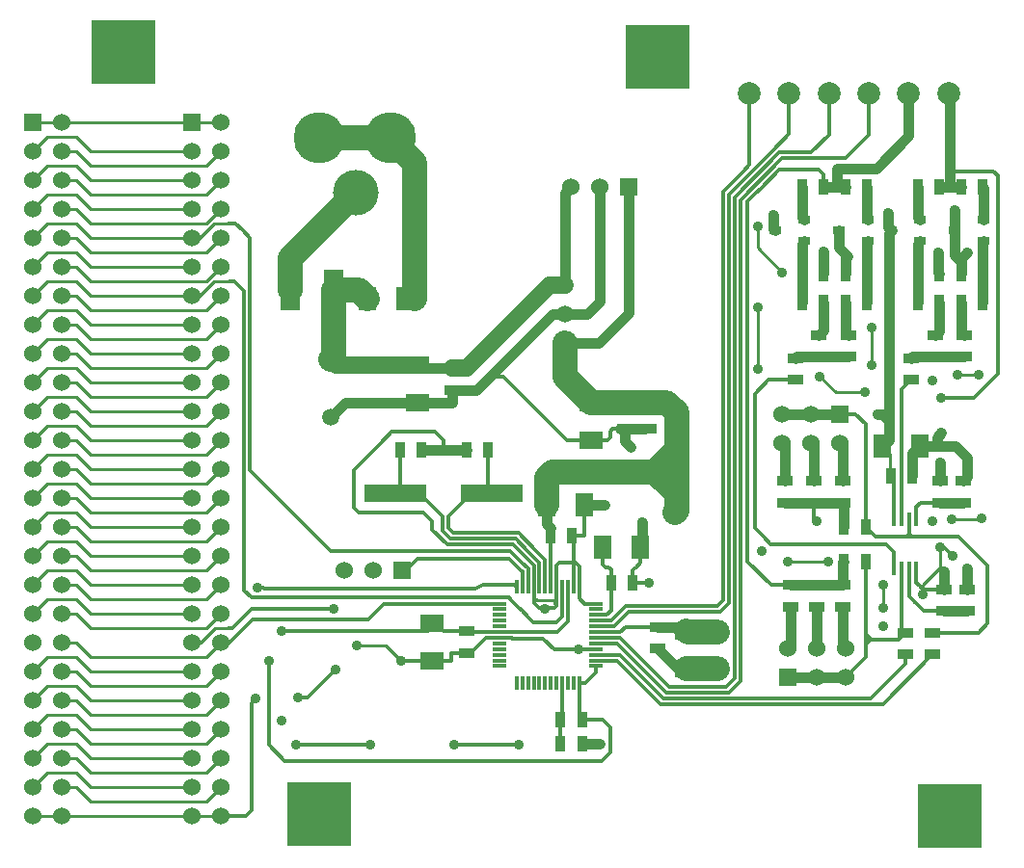
<source format=gtl>
G04 (created by PCBNEW (22-Jun-2014 BZR 4027)-stable) date vie 24 oct 2014 08:07:14 CST*
%MOIN*%
G04 Gerber Fmt 3.4, Leading zero omitted, Abs format*
%FSLAX34Y34*%
G01*
G70*
G90*
G04 APERTURE LIST*
%ADD10C,0.00590551*%
%ADD11R,0.055X0.035*%
%ADD12R,0.035X0.055*%
%ADD13C,0.0590551*%
%ADD14R,0.015X0.05*%
%ADD15C,0.0591*%
%ADD16R,0.216535X0.0590551*%
%ADD17R,0.0394X0.0276*%
%ADD18R,0.06X0.06*%
%ADD19C,0.06*%
%ADD20R,0.06X0.08*%
%ADD21R,0.08X0.06*%
%ADD22C,0.0787402*%
%ADD23C,0.177165*%
%ADD24C,0.15748*%
%ADD25R,0.011811X0.0472441*%
%ADD26R,0.0472441X0.011811*%
%ADD27R,0.07X0.14*%
%ADD28R,0.22X0.22*%
%ADD29C,0.035*%
%ADD30C,0.0358268*%
%ADD31C,0.0858268*%
%ADD32C,0.0125984*%
%ADD33C,0.01*%
%ADD34C,0.0590551*%
G04 APERTURE END LIST*
G54D10*
G54D11*
X45800Y-33625D03*
X45800Y-32875D03*
X47000Y-31375D03*
X47000Y-32125D03*
X40900Y-31975D03*
X40900Y-31225D03*
X46850Y-27625D03*
X46850Y-28375D03*
X46050Y-27625D03*
X46050Y-28375D03*
G54D12*
X46025Y-20450D03*
X45275Y-20450D03*
X45275Y-21450D03*
X46025Y-21450D03*
G54D11*
X45900Y-22575D03*
X45900Y-23325D03*
X46900Y-23325D03*
X46900Y-22575D03*
G54D12*
X46775Y-21450D03*
X47525Y-21450D03*
X46775Y-20450D03*
X47525Y-20450D03*
X46025Y-17450D03*
X45275Y-17450D03*
X47525Y-17450D03*
X46775Y-17450D03*
X42025Y-20450D03*
X41275Y-20450D03*
X41275Y-21450D03*
X42025Y-21450D03*
G54D11*
X42900Y-23325D03*
X42900Y-22575D03*
G54D12*
X42775Y-21450D03*
X43525Y-21450D03*
X42775Y-20450D03*
X43525Y-20450D03*
X42025Y-17450D03*
X41275Y-17450D03*
X43525Y-17450D03*
X42775Y-17450D03*
G54D11*
X46200Y-31375D03*
X46200Y-32125D03*
X36300Y-32675D03*
X36300Y-33425D03*
G54D12*
X34675Y-31150D03*
X35425Y-31150D03*
X30425Y-26550D03*
X29675Y-26550D03*
X27375Y-26550D03*
X28125Y-26550D03*
G54D11*
X29700Y-32825D03*
X29700Y-33575D03*
G54D12*
X33325Y-29500D03*
X32575Y-29500D03*
X33675Y-35875D03*
X32925Y-35875D03*
X33675Y-36725D03*
X32925Y-36725D03*
G54D11*
X29200Y-23725D03*
X29200Y-24475D03*
X35150Y-25075D03*
X35150Y-25825D03*
X36000Y-25075D03*
X36000Y-25825D03*
X44850Y-33625D03*
X44850Y-32875D03*
X42700Y-31975D03*
X42700Y-31225D03*
G54D13*
X33100Y-20850D03*
X33100Y-21850D03*
X33100Y-22850D03*
G54D14*
X44466Y-30650D03*
X44722Y-30650D03*
X44978Y-30650D03*
X45234Y-30650D03*
X45234Y-28950D03*
X44978Y-28950D03*
X44722Y-28950D03*
X44466Y-28950D03*
G54D15*
X25000Y-25400D03*
X25000Y-23400D03*
G54D16*
X30573Y-28050D03*
X27226Y-28050D03*
G54D17*
X44350Y-18950D03*
X45350Y-18575D03*
X45350Y-19325D03*
X46550Y-18950D03*
X47550Y-18575D03*
X47550Y-19325D03*
X40350Y-18950D03*
X41350Y-18575D03*
X41350Y-19325D03*
X42550Y-18950D03*
X43550Y-18575D03*
X43550Y-19325D03*
G54D12*
X44350Y-27450D03*
X45100Y-27450D03*
G54D11*
X41850Y-22575D03*
X41850Y-23325D03*
G54D18*
X35300Y-17450D03*
G54D19*
X34300Y-17450D03*
X33300Y-17450D03*
G54D18*
X27450Y-30700D03*
G54D19*
X26450Y-30700D03*
X25450Y-30700D03*
G54D20*
X34400Y-29900D03*
X35700Y-29900D03*
X33750Y-28450D03*
X32450Y-28450D03*
G54D21*
X28000Y-23600D03*
X28000Y-24900D03*
X37300Y-32800D03*
X37300Y-34100D03*
X28500Y-32550D03*
X28500Y-33850D03*
G54D20*
X44050Y-26400D03*
X45350Y-26400D03*
G54D11*
X41050Y-24125D03*
X41050Y-23375D03*
X45050Y-23375D03*
X45050Y-24125D03*
G54D22*
X46350Y-14200D03*
X44972Y-14200D03*
X43594Y-14200D03*
X42216Y-14200D03*
X40838Y-14200D03*
X39460Y-14200D03*
G54D23*
X27050Y-15750D03*
G54D24*
X25868Y-17639D03*
G54D23*
X24589Y-15750D03*
G54D25*
X32401Y-31276D03*
X32598Y-31276D03*
X32204Y-31276D03*
X32795Y-31276D03*
X32992Y-31276D03*
X33188Y-31276D03*
X33385Y-31276D03*
X33582Y-31276D03*
X32007Y-31276D03*
X31811Y-31276D03*
X31614Y-31276D03*
X31417Y-31276D03*
X32401Y-34623D03*
X32598Y-34623D03*
X32204Y-34623D03*
X32007Y-34623D03*
X31811Y-34623D03*
X31614Y-34623D03*
X31417Y-34623D03*
X32795Y-34623D03*
X32992Y-34623D03*
X33188Y-34623D03*
X33385Y-34623D03*
X33582Y-34623D03*
G54D26*
X34173Y-33048D03*
X34173Y-33245D03*
X34173Y-33442D03*
X34173Y-33638D03*
X34173Y-33835D03*
X34173Y-34032D03*
X34173Y-32851D03*
X34173Y-32654D03*
X34173Y-32457D03*
X34173Y-32261D03*
X34173Y-32064D03*
X34173Y-31867D03*
X30826Y-33048D03*
X30826Y-33245D03*
X30826Y-33442D03*
X30826Y-33638D03*
X30826Y-33835D03*
X30826Y-34032D03*
X30826Y-32851D03*
X30826Y-32654D03*
X30826Y-32457D03*
X30826Y-32261D03*
X30826Y-32064D03*
X30826Y-31867D03*
G54D21*
X34000Y-24900D03*
X34000Y-26200D03*
G54D12*
X42725Y-30400D03*
X43475Y-30400D03*
X42725Y-29200D03*
X43475Y-29200D03*
G54D11*
X41800Y-31975D03*
X41800Y-31225D03*
X40700Y-27625D03*
X40700Y-28375D03*
X41700Y-27625D03*
X41700Y-28375D03*
X42700Y-27625D03*
X42700Y-28375D03*
G54D18*
X40800Y-34400D03*
G54D19*
X40800Y-33400D03*
X41800Y-34400D03*
X41800Y-33400D03*
X42800Y-34400D03*
X42800Y-33400D03*
G54D18*
X42600Y-25300D03*
G54D19*
X42600Y-26300D03*
X41600Y-25300D03*
X41600Y-26300D03*
X40600Y-25300D03*
X40600Y-26300D03*
G54D27*
X23600Y-21000D03*
X25100Y-21000D03*
G54D20*
X27550Y-21300D03*
X26250Y-21300D03*
G54D18*
X20200Y-15200D03*
G54D19*
X21200Y-15200D03*
X20200Y-20200D03*
X21200Y-16200D03*
X20200Y-21200D03*
X21200Y-17200D03*
X20200Y-22200D03*
X21200Y-18200D03*
X20200Y-23200D03*
X21200Y-19200D03*
X20200Y-24200D03*
X21200Y-20200D03*
X20200Y-25200D03*
X21200Y-21200D03*
X20200Y-26200D03*
X21200Y-22200D03*
X20200Y-27200D03*
X21200Y-23200D03*
X20200Y-28200D03*
X21200Y-24200D03*
X20200Y-29200D03*
X21200Y-25200D03*
X20200Y-30200D03*
X21200Y-26200D03*
X21200Y-27200D03*
X20200Y-31200D03*
X21200Y-28200D03*
X21200Y-30200D03*
X21200Y-31200D03*
X21200Y-32200D03*
X21200Y-33200D03*
X20200Y-32200D03*
X20200Y-33200D03*
X20200Y-16200D03*
X20200Y-17200D03*
X20200Y-18200D03*
X20200Y-19200D03*
X20200Y-34200D03*
X21200Y-34200D03*
X21200Y-29200D03*
X20200Y-35200D03*
X21200Y-35200D03*
X20200Y-36200D03*
X21200Y-36200D03*
X20200Y-37200D03*
X21200Y-37200D03*
X20200Y-38200D03*
X21200Y-38200D03*
X20200Y-39200D03*
X21200Y-39200D03*
G54D18*
X14700Y-15200D03*
G54D19*
X15700Y-15200D03*
X14700Y-20200D03*
X15700Y-16200D03*
X14700Y-21200D03*
X15700Y-17200D03*
X14700Y-22200D03*
X15700Y-18200D03*
X14700Y-23200D03*
X15700Y-19200D03*
X14700Y-24200D03*
X15700Y-20200D03*
X14700Y-25200D03*
X15700Y-21200D03*
X14700Y-26200D03*
X15700Y-22200D03*
X14700Y-27200D03*
X15700Y-23200D03*
X14700Y-28200D03*
X15700Y-24200D03*
X14700Y-29200D03*
X15700Y-25200D03*
X14700Y-30200D03*
X15700Y-26200D03*
X15700Y-27200D03*
X14700Y-31200D03*
X15700Y-28200D03*
X15700Y-30200D03*
X15700Y-31200D03*
X15700Y-32200D03*
X15700Y-33200D03*
X14700Y-32200D03*
X14700Y-33200D03*
X14700Y-16200D03*
X14700Y-17200D03*
X14700Y-18200D03*
X14700Y-19200D03*
X14700Y-34200D03*
X15700Y-34200D03*
X15700Y-29200D03*
X14700Y-35200D03*
X15700Y-35200D03*
X14700Y-36200D03*
X15700Y-36200D03*
X14700Y-37200D03*
X15700Y-37200D03*
X14700Y-38200D03*
X15700Y-38200D03*
X14700Y-39200D03*
X15700Y-39200D03*
G54D28*
X17820Y-12782D03*
X36300Y-12936D03*
X24596Y-39160D03*
X46382Y-39200D03*
G54D29*
X38350Y-32850D03*
X36900Y-28700D03*
X22850Y-33850D03*
X41800Y-29000D03*
X46100Y-24750D03*
X22450Y-31300D03*
X21200Y-34200D03*
X25100Y-32050D03*
X23300Y-32800D03*
X23300Y-35900D03*
X23800Y-36750D03*
X26350Y-36750D03*
X29250Y-36750D03*
X31500Y-36750D03*
X25150Y-34150D03*
X23850Y-35100D03*
X22400Y-35150D03*
X35350Y-26450D03*
X35750Y-29050D03*
X34300Y-36700D03*
X25900Y-33300D03*
X27425Y-33850D03*
X32400Y-32060D03*
X33550Y-33450D03*
X34450Y-28450D03*
X38350Y-34100D03*
X36000Y-31150D03*
X46550Y-18250D03*
X46500Y-30200D03*
X46050Y-29900D03*
X45450Y-31550D03*
X45800Y-29000D03*
X46450Y-28950D03*
X47500Y-28900D03*
X42200Y-30400D03*
X40800Y-30400D03*
X39900Y-30050D03*
X44100Y-32650D03*
X44100Y-32000D03*
X44100Y-31200D03*
X45800Y-24150D03*
X46650Y-23950D03*
X47400Y-23950D03*
X41900Y-24000D03*
X43450Y-24550D03*
X43700Y-23600D03*
X43700Y-22300D03*
X39750Y-23750D03*
X40600Y-20400D03*
X39750Y-18800D03*
X39750Y-21600D03*
X47000Y-19700D03*
X42850Y-19850D03*
X46100Y-25950D03*
X46200Y-30750D03*
X46050Y-26975D03*
X42025Y-19675D03*
X40300Y-18400D03*
X44250Y-18350D03*
X46000Y-19700D03*
X47000Y-30650D03*
X43900Y-25300D03*
G54D30*
X33100Y-22850D02*
X34250Y-22850D01*
X35300Y-21800D02*
X35300Y-17450D01*
X34250Y-22850D02*
X35300Y-21800D01*
G54D31*
X36200Y-27300D02*
X36950Y-28050D01*
X36950Y-28050D02*
X36950Y-28650D01*
X36200Y-27300D02*
X36950Y-26550D01*
X36950Y-26550D02*
X36950Y-25850D01*
X36950Y-27300D02*
X36950Y-28650D01*
X37350Y-32850D02*
X38350Y-32850D01*
X37350Y-32850D02*
X37300Y-32800D01*
X36950Y-28650D02*
X36900Y-28700D01*
X32450Y-28450D02*
X32450Y-27500D01*
X32450Y-27500D02*
X32650Y-27300D01*
X32650Y-27300D02*
X36200Y-27300D01*
X36200Y-27300D02*
X36950Y-27300D01*
G54D32*
X32598Y-29951D02*
X32598Y-29273D01*
X32598Y-31276D02*
X32598Y-29951D01*
X32598Y-29273D02*
X32575Y-29250D01*
G54D30*
X32575Y-29250D02*
X32450Y-29125D01*
X32450Y-29125D02*
X32450Y-28300D01*
G54D31*
X36950Y-27300D02*
X36700Y-27300D01*
X36700Y-27300D02*
X36950Y-27300D01*
X34000Y-24900D02*
X33100Y-24000D01*
G54D33*
X33100Y-24000D02*
X33100Y-22850D01*
X35000Y-25075D02*
X34175Y-25075D01*
X34175Y-25075D02*
X34000Y-24900D01*
X35850Y-25075D02*
X35000Y-25075D01*
G54D31*
X34000Y-24900D02*
X36600Y-24900D01*
X36950Y-25250D02*
X36950Y-25850D01*
X36600Y-24900D02*
X36950Y-25250D01*
X36950Y-25850D02*
X36950Y-27300D01*
X33100Y-22850D02*
X33100Y-24000D01*
G54D32*
X34173Y-32851D02*
X34174Y-32850D01*
X35175Y-32675D02*
X36300Y-32675D01*
X35000Y-32850D02*
X35175Y-32675D01*
X34174Y-32850D02*
X35000Y-32850D01*
G54D30*
X36300Y-32675D02*
X37175Y-32675D01*
X37175Y-32675D02*
X37300Y-32800D01*
G54D31*
X25868Y-17639D02*
X23600Y-19908D01*
X23600Y-19908D02*
X23600Y-21000D01*
G54D32*
X23800Y-37300D02*
X23400Y-37300D01*
X22850Y-36750D02*
X22850Y-33850D01*
X23400Y-37300D02*
X22850Y-36750D01*
X33675Y-35875D02*
X34375Y-35875D01*
X34350Y-37300D02*
X23800Y-37300D01*
X23800Y-37300D02*
X23750Y-37300D01*
X23750Y-37300D02*
X23700Y-37300D01*
X34650Y-37000D02*
X34350Y-37300D01*
X34650Y-36150D02*
X34650Y-37000D01*
X34375Y-35875D02*
X34650Y-36150D01*
X33582Y-34623D02*
X33801Y-34623D01*
X34173Y-34251D02*
X34173Y-34032D01*
X33801Y-34623D02*
X34173Y-34251D01*
X33582Y-34623D02*
X33582Y-35782D01*
X33582Y-35782D02*
X33675Y-35875D01*
G54D33*
X21200Y-16200D02*
X20700Y-16700D01*
X20700Y-16700D02*
X16700Y-16700D01*
X16700Y-16700D02*
X16200Y-16200D01*
X16200Y-16200D02*
X15700Y-16200D01*
G54D32*
X39460Y-14200D02*
X39460Y-16689D01*
X39460Y-16689D02*
X39250Y-16900D01*
X38550Y-18100D02*
X38550Y-17600D01*
X38550Y-17600D02*
X39250Y-16900D01*
X39250Y-16900D02*
X39460Y-16689D01*
X38550Y-18000D02*
X38550Y-18100D01*
X38550Y-18100D02*
X38550Y-26300D01*
X38550Y-26300D02*
X38550Y-31050D01*
X36300Y-31950D02*
X38350Y-31950D01*
X34173Y-32457D02*
X34692Y-32457D01*
X35200Y-31950D02*
X36300Y-31950D01*
X34692Y-32457D02*
X35200Y-31950D01*
X38550Y-31750D02*
X38550Y-31050D01*
X38550Y-31050D02*
X38550Y-31000D01*
X38350Y-31950D02*
X38550Y-31750D01*
X34795Y-32654D02*
X35300Y-32150D01*
X40838Y-14200D02*
X40838Y-15611D01*
X40838Y-15611D02*
X40350Y-16100D01*
X38750Y-18050D02*
X38750Y-17700D01*
X38750Y-17700D02*
X40350Y-16100D01*
X40350Y-16100D02*
X40400Y-16050D01*
X38750Y-18000D02*
X38750Y-18050D01*
X38750Y-18050D02*
X38750Y-26300D01*
X38750Y-26300D02*
X38750Y-29350D01*
X37850Y-32150D02*
X38450Y-32150D01*
X37500Y-32150D02*
X36300Y-32150D01*
X35300Y-32150D02*
X36300Y-32150D01*
X34173Y-32654D02*
X34795Y-32654D01*
X37850Y-32150D02*
X37500Y-32150D01*
X38750Y-31850D02*
X38750Y-29350D01*
X38750Y-29350D02*
X38750Y-29300D01*
X38450Y-32150D02*
X38750Y-31850D01*
X37300Y-35350D02*
X44075Y-35350D01*
X36400Y-35350D02*
X37300Y-35350D01*
X34173Y-33835D02*
X34885Y-33835D01*
X34885Y-33835D02*
X35200Y-34150D01*
X35200Y-34150D02*
X36400Y-35350D01*
X44075Y-35350D02*
X45800Y-33625D01*
G54D33*
X21200Y-38200D02*
X20700Y-38700D01*
X16200Y-38200D02*
X15700Y-38200D01*
X16700Y-38700D02*
X16200Y-38200D01*
X20700Y-38700D02*
X16700Y-38700D01*
X21200Y-17200D02*
X20700Y-17700D01*
X16200Y-17200D02*
X15700Y-17200D01*
X16700Y-17700D02*
X16200Y-17200D01*
X20700Y-17700D02*
X16700Y-17700D01*
G54D30*
X46400Y-15650D02*
X46400Y-14250D01*
X46400Y-17450D02*
X46400Y-15650D01*
X46400Y-14250D02*
X46350Y-14200D01*
X42700Y-28375D02*
X41700Y-28375D01*
G54D32*
X45975Y-24750D02*
X46100Y-24750D01*
X41700Y-28900D02*
X41800Y-29000D01*
X41700Y-28900D02*
X41700Y-28375D01*
X48050Y-21125D02*
X48050Y-23925D01*
X47225Y-24750D02*
X45975Y-24750D01*
X45975Y-24750D02*
X46275Y-24750D01*
X48050Y-23925D02*
X47225Y-24750D01*
X46400Y-17450D02*
X46400Y-17025D01*
X48050Y-17050D02*
X48050Y-21125D01*
X47900Y-16900D02*
X48050Y-17050D01*
X46525Y-16900D02*
X47900Y-16900D01*
X46400Y-17025D02*
X46525Y-16900D01*
G54D30*
X46025Y-17450D02*
X46400Y-17450D01*
X46400Y-17450D02*
X46775Y-17450D01*
X42725Y-29200D02*
X42725Y-28400D01*
X42725Y-28400D02*
X42700Y-28375D01*
X42700Y-28375D02*
X40700Y-28375D01*
X44972Y-14200D02*
X44972Y-15677D01*
X43850Y-16800D02*
X43550Y-16800D01*
X44972Y-15677D02*
X43850Y-16800D01*
X42500Y-16800D02*
X43550Y-16800D01*
X43550Y-16800D02*
X43800Y-16800D01*
X42500Y-17450D02*
X42500Y-16800D01*
X40900Y-31225D02*
X41800Y-31225D01*
G54D32*
X40900Y-31225D02*
X40225Y-31225D01*
X42025Y-17025D02*
X41850Y-16850D01*
X41850Y-16850D02*
X40500Y-16850D01*
X40500Y-16850D02*
X39850Y-17500D01*
X39850Y-17500D02*
X39700Y-17650D01*
X42025Y-17025D02*
X42025Y-17450D01*
X39400Y-17950D02*
X39700Y-17650D01*
X39400Y-30400D02*
X39400Y-17950D01*
X40225Y-31225D02*
X39400Y-30400D01*
G54D30*
X42775Y-17450D02*
X42500Y-17450D01*
X42500Y-17450D02*
X42025Y-17450D01*
X42700Y-31225D02*
X42700Y-30425D01*
X42700Y-30425D02*
X42725Y-30400D01*
X40900Y-31225D02*
X42700Y-31225D01*
G54D33*
X21200Y-20200D02*
X20700Y-20700D01*
X16200Y-20200D02*
X15700Y-20200D01*
X16700Y-20700D02*
X16200Y-20200D01*
X20700Y-20700D02*
X16700Y-20700D01*
X20200Y-20200D02*
X17950Y-20200D01*
X15200Y-19700D02*
X14700Y-20200D01*
X16200Y-19700D02*
X15200Y-19700D01*
X16700Y-20200D02*
X16200Y-19700D01*
X17950Y-20200D02*
X16700Y-20200D01*
X21200Y-21200D02*
X20700Y-21700D01*
X16200Y-21200D02*
X15700Y-21200D01*
X16700Y-21700D02*
X16200Y-21200D01*
X20700Y-21700D02*
X16700Y-21700D01*
X21200Y-22200D02*
X20700Y-22700D01*
X16200Y-22200D02*
X15700Y-22200D01*
X16700Y-22700D02*
X16200Y-22200D01*
X20700Y-22700D02*
X16700Y-22700D01*
X20200Y-22200D02*
X17450Y-22200D01*
X15200Y-21700D02*
X14700Y-22200D01*
X16200Y-21700D02*
X15200Y-21700D01*
X16700Y-22200D02*
X16200Y-21700D01*
X17450Y-22200D02*
X16700Y-22200D01*
X21200Y-23200D02*
X20700Y-23700D01*
X16200Y-23200D02*
X15700Y-23200D01*
X16700Y-23700D02*
X16200Y-23200D01*
X20700Y-23700D02*
X16700Y-23700D01*
X20200Y-23200D02*
X17300Y-23200D01*
X15200Y-22700D02*
X14700Y-23200D01*
X16200Y-22700D02*
X15200Y-22700D01*
X16700Y-23200D02*
X16200Y-22700D01*
X17300Y-23200D02*
X16700Y-23200D01*
X21200Y-25200D02*
X20700Y-25700D01*
X16200Y-25200D02*
X15700Y-25200D01*
X16700Y-25700D02*
X16200Y-25200D01*
X20700Y-25700D02*
X16700Y-25700D01*
X17450Y-25200D02*
X16700Y-25200D01*
X20200Y-25200D02*
X17450Y-25200D01*
X15200Y-24700D02*
X14700Y-25200D01*
X16200Y-24700D02*
X15200Y-24700D01*
X16700Y-25200D02*
X16200Y-24700D01*
X21200Y-31200D02*
X20700Y-31700D01*
X16200Y-31200D02*
X15700Y-31200D01*
X16700Y-31700D02*
X16200Y-31200D01*
X20700Y-31700D02*
X16700Y-31700D01*
X20200Y-32200D02*
X16700Y-32200D01*
X15200Y-31700D02*
X14700Y-32200D01*
X15500Y-31700D02*
X15200Y-31700D01*
X16200Y-31700D02*
X15500Y-31700D01*
X16700Y-32200D02*
X16200Y-31700D01*
X21200Y-32200D02*
X20700Y-32700D01*
X16200Y-32200D02*
X15700Y-32200D01*
X16700Y-32700D02*
X16200Y-32200D01*
X20700Y-32700D02*
X16700Y-32700D01*
X20200Y-34200D02*
X17200Y-34200D01*
X15200Y-33700D02*
X14700Y-34200D01*
X16200Y-33700D02*
X15200Y-33700D01*
X16700Y-34200D02*
X16200Y-33700D01*
X17200Y-34200D02*
X16700Y-34200D01*
X21200Y-26200D02*
X20700Y-26700D01*
X16200Y-26200D02*
X15700Y-26200D01*
X16700Y-26700D02*
X16200Y-26200D01*
X20700Y-26700D02*
X16700Y-26700D01*
X21200Y-18200D02*
X20700Y-18700D01*
X16200Y-18200D02*
X15700Y-18200D01*
X16700Y-18700D02*
X16200Y-18200D01*
X20700Y-18700D02*
X16700Y-18700D01*
X20200Y-18200D02*
X17250Y-18200D01*
X15200Y-17700D02*
X14700Y-18200D01*
X16200Y-17700D02*
X15200Y-17700D01*
X16700Y-18200D02*
X16200Y-17700D01*
X17250Y-18200D02*
X16700Y-18200D01*
X21200Y-19200D02*
X20700Y-19700D01*
X16200Y-19200D02*
X15700Y-19200D01*
X16700Y-19700D02*
X16200Y-19200D01*
X20700Y-19700D02*
X16700Y-19700D01*
X21200Y-24200D02*
X20700Y-24700D01*
X16200Y-24200D02*
X15700Y-24200D01*
X16700Y-24700D02*
X16200Y-24200D01*
X20700Y-24700D02*
X16700Y-24700D01*
X18500Y-24200D02*
X16700Y-24200D01*
X20200Y-24200D02*
X18500Y-24200D01*
X15200Y-23700D02*
X14700Y-24200D01*
X16200Y-23700D02*
X15200Y-23700D01*
X16700Y-24200D02*
X16200Y-23700D01*
X21200Y-35200D02*
X20700Y-35700D01*
X16200Y-35200D02*
X15700Y-35200D01*
X16700Y-35700D02*
X16200Y-35200D01*
X16750Y-35700D02*
X16700Y-35700D01*
X20700Y-35700D02*
X16750Y-35700D01*
X20200Y-36200D02*
X16850Y-36200D01*
X15200Y-35700D02*
X14700Y-36200D01*
X16200Y-35700D02*
X15200Y-35700D01*
X16700Y-36200D02*
X16200Y-35700D01*
X16850Y-36200D02*
X16700Y-36200D01*
X21200Y-36200D02*
X20700Y-36700D01*
X16200Y-36200D02*
X15700Y-36200D01*
X16700Y-36700D02*
X16200Y-36200D01*
X20700Y-36700D02*
X16700Y-36700D01*
X20200Y-37200D02*
X17050Y-37200D01*
X15200Y-36700D02*
X14700Y-37200D01*
X16200Y-36700D02*
X15200Y-36700D01*
X16700Y-37200D02*
X16200Y-36700D01*
X17050Y-37200D02*
X16700Y-37200D01*
X21200Y-37200D02*
X20700Y-37700D01*
X16200Y-37200D02*
X15700Y-37200D01*
X16700Y-37700D02*
X16200Y-37200D01*
X20700Y-37700D02*
X16700Y-37700D01*
X20200Y-38200D02*
X16900Y-38200D01*
X15200Y-37700D02*
X14700Y-38200D01*
X16200Y-37700D02*
X15200Y-37700D01*
X16700Y-38200D02*
X16200Y-37700D01*
X16900Y-38200D02*
X16700Y-38200D01*
X17150Y-35200D02*
X16700Y-35200D01*
X20200Y-35200D02*
X17150Y-35200D01*
X15200Y-34700D02*
X14700Y-35200D01*
X16200Y-34700D02*
X15200Y-34700D01*
X16700Y-35200D02*
X16200Y-34700D01*
X21200Y-28200D02*
X20700Y-28700D01*
X16200Y-28200D02*
X15700Y-28200D01*
X16700Y-28700D02*
X16200Y-28200D01*
X20700Y-28700D02*
X16700Y-28700D01*
X20200Y-29200D02*
X17650Y-29200D01*
X15200Y-28700D02*
X14700Y-29200D01*
X16200Y-28700D02*
X15200Y-28700D01*
X16700Y-29200D02*
X16200Y-28700D01*
X17650Y-29200D02*
X16700Y-29200D01*
X21200Y-29200D02*
X20700Y-29700D01*
X16200Y-29200D02*
X15700Y-29200D01*
X16700Y-29700D02*
X16200Y-29200D01*
X20700Y-29700D02*
X16700Y-29700D01*
X20200Y-30200D02*
X16750Y-30200D01*
X15200Y-29700D02*
X14700Y-30200D01*
X16200Y-29700D02*
X15200Y-29700D01*
X16700Y-30200D02*
X16200Y-29700D01*
X16750Y-30200D02*
X16700Y-30200D01*
X21200Y-30200D02*
X20700Y-30700D01*
X16200Y-30200D02*
X15700Y-30200D01*
X16700Y-30700D02*
X16200Y-30200D01*
X20700Y-30700D02*
X16700Y-30700D01*
X20200Y-31200D02*
X16850Y-31200D01*
X15200Y-30700D02*
X14700Y-31200D01*
X16200Y-30700D02*
X15200Y-30700D01*
X16700Y-31200D02*
X16200Y-30700D01*
X16850Y-31200D02*
X16700Y-31200D01*
X20200Y-27200D02*
X16950Y-27200D01*
X15200Y-26700D02*
X14700Y-27200D01*
X16200Y-26700D02*
X15200Y-26700D01*
X16700Y-27200D02*
X16200Y-26700D01*
X16950Y-27200D02*
X16700Y-27200D01*
X21200Y-27200D02*
X20700Y-27700D01*
X16200Y-27200D02*
X15700Y-27200D01*
X16700Y-27700D02*
X16200Y-27200D01*
X20700Y-27700D02*
X16700Y-27700D01*
X20200Y-28200D02*
X17300Y-28200D01*
X15200Y-27700D02*
X14700Y-28200D01*
X16200Y-27700D02*
X15200Y-27700D01*
X16700Y-28200D02*
X16200Y-27700D01*
X17300Y-28200D02*
X16700Y-28200D01*
G54D32*
X30826Y-31867D02*
X26832Y-31867D01*
X26832Y-31867D02*
X26700Y-32000D01*
X26300Y-32400D02*
X25400Y-32400D01*
X22250Y-32450D02*
X21500Y-33200D01*
X21500Y-33200D02*
X21200Y-33200D01*
X25400Y-32400D02*
X22300Y-32400D01*
X22300Y-32400D02*
X22250Y-32450D01*
X26700Y-32000D02*
X26300Y-32400D01*
X26782Y-31917D02*
X26700Y-32000D01*
X30826Y-31867D02*
X30932Y-31867D01*
G54D33*
X21200Y-33200D02*
X20700Y-33700D01*
X20700Y-33700D02*
X16700Y-33700D01*
X16700Y-33700D02*
X16200Y-33200D01*
X16200Y-33200D02*
X15700Y-33200D01*
G54D32*
X30000Y-31350D02*
X25100Y-31350D01*
X22700Y-31350D02*
X22650Y-31300D01*
X25100Y-31350D02*
X22700Y-31350D01*
X30250Y-31200D02*
X30000Y-31350D01*
X31340Y-31200D02*
X30450Y-31200D01*
X31417Y-31276D02*
X31340Y-31200D01*
X30450Y-31200D02*
X30250Y-31200D01*
X22650Y-31300D02*
X22450Y-31300D01*
G54D33*
X21200Y-34200D02*
X20700Y-34700D01*
X20700Y-34700D02*
X16700Y-34700D01*
X16700Y-34700D02*
X16200Y-34200D01*
X16200Y-34200D02*
X15700Y-34200D01*
G54D32*
X31614Y-31276D02*
X31614Y-30764D01*
X31614Y-30764D02*
X31550Y-30700D01*
X31550Y-30700D02*
X31150Y-30300D01*
X31150Y-30300D02*
X28000Y-30300D01*
X28000Y-30300D02*
X27500Y-30800D01*
G54D33*
X20982Y-32700D02*
X21450Y-32700D01*
G54D32*
X21450Y-32700D02*
X21600Y-32700D01*
G54D33*
X20200Y-33200D02*
X20482Y-33200D01*
X20982Y-32700D02*
X20966Y-32716D01*
X20482Y-33200D02*
X20982Y-32700D01*
G54D32*
X25100Y-32050D02*
X22250Y-32050D01*
X22250Y-32050D02*
X22000Y-32300D01*
X21650Y-32650D02*
X22000Y-32300D01*
X21600Y-32700D02*
X21650Y-32650D01*
X21650Y-32650D02*
X21600Y-32700D01*
X43594Y-14200D02*
X43594Y-15655D01*
X42800Y-16450D02*
X42600Y-16450D01*
X43594Y-15655D02*
X42800Y-16450D01*
X39150Y-18200D02*
X39150Y-17900D01*
X39150Y-26100D02*
X39150Y-33950D01*
X39150Y-18200D02*
X39150Y-26100D01*
X40600Y-16450D02*
X42600Y-16450D01*
X42600Y-16450D02*
X42700Y-16450D01*
X39150Y-17900D02*
X40600Y-16450D01*
X37300Y-34950D02*
X38750Y-34950D01*
X36600Y-34950D02*
X37300Y-34950D01*
X34173Y-33245D02*
X34895Y-33245D01*
X34895Y-33245D02*
X35500Y-33850D01*
X35500Y-33850D02*
X36600Y-34950D01*
X39150Y-34550D02*
X39150Y-33950D01*
X39150Y-33950D02*
X39150Y-33900D01*
X38750Y-34950D02*
X39150Y-34550D01*
X34173Y-33048D02*
X34998Y-33048D01*
X38950Y-26200D02*
X38950Y-18100D01*
X37300Y-34750D02*
X38650Y-34750D01*
X37300Y-34750D02*
X36700Y-34750D01*
X38950Y-34450D02*
X38950Y-32100D01*
X38650Y-34750D02*
X38950Y-34450D01*
X38950Y-26200D02*
X38950Y-32100D01*
X34998Y-33048D02*
X36700Y-34750D01*
X42216Y-14200D02*
X42216Y-15633D01*
X41600Y-16250D02*
X41400Y-16250D01*
X42216Y-15633D02*
X41600Y-16250D01*
X38950Y-17800D02*
X40500Y-16250D01*
X40500Y-16250D02*
X41400Y-16250D01*
X38950Y-17800D02*
X38950Y-18100D01*
X38950Y-18000D02*
X38950Y-18100D01*
X28600Y-32550D02*
X28350Y-32800D01*
X28350Y-32800D02*
X23300Y-32800D01*
X29700Y-32825D02*
X28875Y-32825D01*
X28875Y-32825D02*
X28600Y-32550D01*
X30826Y-32851D02*
X29726Y-32851D01*
X29726Y-32851D02*
X29700Y-32825D01*
X30826Y-32851D02*
X32823Y-32851D01*
X33188Y-32486D02*
X33025Y-32650D01*
X33188Y-32486D02*
X33188Y-31276D01*
X32823Y-32851D02*
X33025Y-32650D01*
G54D33*
X20200Y-16200D02*
X16700Y-16200D01*
X16700Y-16200D02*
X16200Y-15700D01*
X16200Y-15700D02*
X15200Y-15700D01*
X15200Y-15700D02*
X14700Y-16200D01*
G54D32*
X29776Y-32901D02*
X29700Y-32825D01*
X37300Y-35150D02*
X43650Y-35150D01*
X36500Y-35150D02*
X37300Y-35150D01*
X34173Y-33638D02*
X34988Y-33638D01*
X34988Y-33638D02*
X35400Y-34050D01*
X35400Y-34050D02*
X36500Y-35150D01*
X44850Y-33950D02*
X44850Y-33625D01*
X43650Y-35150D02*
X44850Y-33950D01*
X31425Y-30275D02*
X31200Y-30050D01*
X25000Y-30050D02*
X24650Y-29700D01*
X31200Y-30050D02*
X25000Y-30050D01*
X22200Y-26450D02*
X22200Y-19200D01*
X24650Y-29700D02*
X22800Y-27850D01*
G54D33*
X20200Y-19200D02*
X20450Y-19200D01*
X20950Y-18700D02*
X21450Y-18700D01*
X20450Y-19200D02*
X20950Y-18700D01*
G54D32*
X21700Y-18700D02*
X21950Y-18950D01*
X21450Y-18700D02*
X21700Y-18700D01*
X22200Y-19200D02*
X21950Y-18950D01*
X22800Y-27850D02*
X22200Y-27250D01*
X22200Y-27250D02*
X22200Y-26450D01*
X24850Y-29900D02*
X24650Y-29700D01*
X31811Y-30661D02*
X31600Y-30450D01*
X31811Y-31276D02*
X31811Y-30661D01*
X31600Y-30450D02*
X31425Y-30275D01*
X31425Y-30275D02*
X31250Y-30100D01*
G54D33*
X20200Y-19200D02*
X17850Y-19200D01*
X15200Y-18700D02*
X14700Y-19200D01*
X16200Y-18700D02*
X15200Y-18700D01*
X16700Y-19200D02*
X16200Y-18700D01*
X17850Y-19200D02*
X16700Y-19200D01*
G54D32*
X24600Y-31650D02*
X22250Y-31650D01*
X29875Y-31650D02*
X24600Y-31650D01*
X22000Y-31400D02*
X22000Y-29050D01*
X22250Y-31650D02*
X22000Y-31400D01*
X22000Y-21050D02*
X21850Y-20900D01*
G54D33*
X20950Y-20700D02*
X21500Y-20700D01*
X20200Y-21200D02*
X20450Y-21200D01*
G54D32*
X21650Y-20700D02*
X21500Y-20700D01*
X21850Y-20900D02*
X21650Y-20700D01*
G54D33*
X20450Y-21200D02*
X20950Y-20700D01*
G54D32*
X22000Y-29050D02*
X22000Y-21050D01*
X31237Y-31737D02*
X31150Y-31650D01*
X31150Y-31650D02*
X29875Y-31650D01*
X29875Y-31650D02*
X29850Y-31650D01*
X31625Y-32125D02*
X31800Y-32300D01*
X31800Y-32300D02*
X31900Y-32400D01*
X31900Y-32400D02*
X32000Y-32500D01*
X32000Y-32500D02*
X32800Y-32500D01*
X32800Y-32500D02*
X32992Y-32307D01*
X32992Y-32307D02*
X32992Y-31807D01*
X31500Y-32000D02*
X31400Y-31900D01*
X32992Y-31276D02*
X32992Y-31807D01*
X31200Y-31700D02*
X31237Y-31737D01*
X31237Y-31737D02*
X31400Y-31900D01*
X31500Y-32000D02*
X31625Y-32125D01*
G54D33*
X20200Y-21200D02*
X17500Y-21200D01*
X17500Y-21200D02*
X16700Y-21200D01*
X16700Y-21200D02*
X16200Y-20700D01*
X16200Y-20700D02*
X15200Y-20700D01*
X15200Y-20700D02*
X14700Y-21200D01*
G54D32*
X22050Y-39200D02*
X22250Y-39000D01*
X21200Y-39200D02*
X22050Y-39200D01*
X22250Y-35300D02*
X22400Y-35150D01*
X22250Y-39000D02*
X22250Y-35300D01*
G54D33*
X15205Y-16700D02*
X15200Y-16700D01*
X15200Y-16700D02*
X14700Y-17200D01*
G54D32*
X26350Y-36750D02*
X23800Y-36750D01*
X31500Y-36750D02*
X29250Y-36750D01*
X24200Y-35100D02*
X25150Y-34150D01*
X23850Y-35100D02*
X24200Y-35100D01*
X22400Y-35174D02*
X22400Y-35150D01*
X29150Y-33575D02*
X29150Y-33850D01*
X28500Y-33850D02*
X29150Y-33850D01*
X29150Y-33575D02*
X29700Y-33575D01*
X33325Y-29500D02*
X33750Y-29500D01*
X33750Y-29500D02*
X33750Y-28450D01*
X35425Y-31150D02*
X35425Y-30725D01*
X35425Y-30725D02*
X35500Y-30650D01*
X35700Y-29900D02*
X35700Y-30450D01*
X35700Y-30450D02*
X35550Y-30600D01*
X34000Y-26200D02*
X33150Y-26200D01*
X30950Y-24000D02*
X30500Y-24000D01*
X33150Y-26200D02*
X30950Y-24000D01*
X34000Y-26200D02*
X34550Y-26200D01*
X34725Y-25825D02*
X35150Y-25825D01*
X34650Y-25900D02*
X34725Y-25825D01*
X34650Y-26100D02*
X34650Y-25900D01*
X34550Y-26200D02*
X34650Y-26100D01*
G54D30*
X35350Y-26450D02*
X35150Y-26250D01*
X35150Y-26250D02*
X35150Y-25825D01*
X35750Y-29900D02*
X35750Y-29050D01*
X33675Y-36725D02*
X34275Y-36725D01*
X34275Y-36725D02*
X34300Y-36700D01*
G54D33*
X25900Y-33300D02*
X26875Y-33300D01*
X26875Y-33300D02*
X27425Y-33850D01*
X26925Y-33350D02*
X27425Y-33850D01*
G54D32*
X27710Y-33850D02*
X28600Y-33850D01*
X27425Y-33850D02*
X27710Y-33850D01*
G54D30*
X28000Y-24900D02*
X29200Y-24900D01*
X29200Y-24900D02*
X29200Y-24475D01*
X29200Y-24475D02*
X30025Y-24475D01*
X30025Y-24475D02*
X30500Y-24000D01*
X30500Y-24000D02*
X30800Y-23700D01*
G54D32*
X32435Y-32025D02*
X32400Y-32060D01*
X32725Y-32025D02*
X32435Y-32025D01*
X32365Y-32025D02*
X32400Y-32060D01*
X32175Y-32025D02*
X32365Y-32025D01*
X32795Y-31954D02*
X32725Y-32025D01*
X32007Y-31720D02*
X32007Y-31857D01*
X32007Y-31857D02*
X32175Y-32025D01*
X33550Y-33450D02*
X32710Y-33450D01*
X31270Y-33070D02*
X32330Y-33070D01*
X31270Y-33050D02*
X31270Y-33070D01*
X30828Y-33050D02*
X31270Y-33050D01*
X30826Y-33048D02*
X30828Y-33050D01*
X32710Y-33450D02*
X32330Y-33070D01*
X33550Y-33450D02*
X33557Y-33442D01*
X33557Y-33442D02*
X33547Y-33442D01*
X33547Y-33442D02*
X34173Y-33442D01*
G54D33*
X32740Y-31740D02*
X32740Y-31899D01*
X32740Y-31899D02*
X32795Y-31954D01*
X32007Y-31720D02*
X32100Y-31720D01*
X32100Y-31720D02*
X32120Y-31740D01*
X32795Y-31740D02*
X32740Y-31740D01*
X32740Y-31740D02*
X32120Y-31740D01*
X32120Y-31740D02*
X32100Y-31720D01*
G54D32*
X26725Y-26300D02*
X25775Y-27250D01*
X25775Y-27250D02*
X25775Y-27525D01*
X28875Y-26550D02*
X28875Y-26200D01*
X28875Y-26200D02*
X28600Y-25925D01*
X28600Y-25925D02*
X27100Y-25925D01*
X27100Y-25925D02*
X26725Y-26300D01*
X28100Y-28725D02*
X28200Y-28725D01*
X28200Y-28725D02*
X28500Y-29025D01*
X32007Y-31276D02*
X32007Y-30557D01*
X32007Y-30557D02*
X31275Y-29825D01*
X31275Y-29825D02*
X29025Y-29825D01*
X29025Y-29825D02*
X28500Y-29300D01*
X28500Y-29300D02*
X28500Y-29025D01*
X25775Y-27525D02*
X25775Y-28550D01*
X25775Y-28550D02*
X25950Y-28725D01*
X25950Y-28725D02*
X28100Y-28725D01*
G54D30*
X29675Y-26550D02*
X28875Y-26550D01*
X28875Y-26550D02*
X28825Y-26550D01*
X28825Y-26550D02*
X28125Y-26550D01*
X33100Y-21850D02*
X33850Y-21850D01*
X34300Y-21400D02*
X34300Y-17450D01*
X33850Y-21850D02*
X34300Y-21400D01*
X33750Y-28450D02*
X34450Y-28450D01*
G54D32*
X34173Y-31867D02*
X33767Y-31867D01*
X33582Y-31682D02*
X33582Y-31276D01*
X33767Y-31867D02*
X33582Y-31682D01*
G54D31*
X37300Y-34100D02*
X38350Y-34100D01*
G54D32*
X36000Y-31150D02*
X35425Y-31150D01*
X33385Y-30750D02*
X33385Y-29560D01*
X33385Y-29560D02*
X33325Y-29500D01*
X32900Y-30450D02*
X32795Y-30554D01*
X33582Y-30582D02*
X33450Y-30450D01*
X33350Y-30450D02*
X32900Y-30450D01*
X33450Y-30450D02*
X33350Y-30450D01*
X32795Y-31276D02*
X32795Y-30554D01*
X33582Y-30582D02*
X33582Y-31276D01*
X33385Y-31276D02*
X33385Y-30750D01*
X33385Y-30750D02*
X33385Y-30450D01*
G54D31*
X27050Y-15750D02*
X27900Y-16600D01*
X27900Y-16600D02*
X27900Y-21300D01*
G54D30*
X35850Y-25825D02*
X35000Y-25825D01*
X33100Y-21850D02*
X32650Y-21850D01*
X32650Y-21850D02*
X30800Y-23700D01*
X25000Y-25400D02*
X25500Y-24900D01*
X25500Y-24900D02*
X28000Y-24900D01*
G54D32*
X30826Y-33048D02*
X30351Y-33048D01*
X29825Y-33575D02*
X29700Y-33575D01*
X30351Y-33048D02*
X29825Y-33575D01*
X24039Y-15200D02*
X24589Y-15750D01*
G54D31*
X24589Y-15750D02*
X27050Y-15750D01*
G54D32*
X32795Y-31954D02*
X32795Y-31740D01*
X32795Y-31740D02*
X32795Y-31276D01*
X32007Y-31276D02*
X32007Y-31720D01*
G54D33*
X15700Y-15200D02*
X14700Y-15200D01*
X20200Y-15200D02*
X15700Y-15200D01*
X21200Y-15200D02*
X20200Y-15200D01*
X20200Y-17200D02*
X16800Y-17200D01*
X16200Y-16700D02*
X15205Y-16700D01*
X16700Y-17200D02*
X16200Y-16700D01*
X16800Y-17200D02*
X16700Y-17200D01*
X15700Y-39200D02*
X14700Y-39200D01*
X20200Y-39200D02*
X15700Y-39200D01*
X21200Y-39200D02*
X20200Y-39200D01*
X20200Y-26200D02*
X16750Y-26200D01*
X15200Y-25700D02*
X14700Y-26200D01*
X16200Y-25700D02*
X15200Y-25700D01*
X16700Y-26200D02*
X16200Y-25700D01*
X16750Y-26200D02*
X16700Y-26200D01*
G54D30*
X46550Y-18250D02*
X46550Y-18950D01*
X46550Y-18950D02*
X46550Y-18250D01*
G54D33*
X46050Y-29900D02*
X46050Y-30600D01*
X46500Y-30200D02*
X46200Y-29900D01*
X46200Y-29900D02*
X46050Y-29900D01*
X45450Y-31200D02*
X45450Y-31550D01*
X46050Y-30600D02*
X45450Y-31200D01*
X47450Y-28950D02*
X46450Y-28950D01*
X47500Y-28900D02*
X47450Y-28950D01*
X42200Y-30400D02*
X40800Y-30400D01*
X44100Y-31200D02*
X44100Y-32000D01*
X47400Y-23950D02*
X46650Y-23950D01*
X41900Y-24000D02*
X42450Y-24550D01*
X42450Y-24550D02*
X43450Y-24550D01*
X43700Y-23600D02*
X43700Y-22300D01*
X39750Y-21600D02*
X39750Y-23750D01*
X40600Y-20400D02*
X39750Y-19550D01*
X39750Y-19550D02*
X39750Y-18800D01*
X39750Y-21600D02*
X39800Y-21650D01*
G54D30*
X46775Y-19925D02*
X47000Y-19700D01*
X46775Y-20025D02*
X46775Y-19925D01*
X45950Y-26400D02*
X45950Y-26100D01*
X45950Y-26100D02*
X46100Y-25950D01*
X46200Y-31375D02*
X46200Y-30750D01*
X45950Y-26400D02*
X45350Y-26400D01*
X46850Y-27625D02*
X47000Y-27475D01*
X46600Y-26400D02*
X45950Y-26400D01*
X47000Y-26800D02*
X46600Y-26400D01*
X47000Y-27475D02*
X47000Y-26800D01*
X45100Y-27450D02*
X45100Y-26650D01*
X45100Y-26650D02*
X45350Y-26400D01*
X46775Y-20450D02*
X46775Y-20025D01*
X46550Y-19500D02*
X46550Y-18950D01*
X46550Y-19800D02*
X46550Y-19500D01*
X46775Y-20025D02*
X46550Y-19800D01*
X42550Y-18950D02*
X42550Y-19550D01*
X42775Y-19925D02*
X42850Y-19850D01*
X42775Y-19925D02*
X42775Y-20450D01*
X42550Y-19550D02*
X42850Y-19850D01*
G54D32*
X46200Y-31375D02*
X45475Y-31375D01*
X45475Y-31375D02*
X45350Y-31250D01*
X45234Y-30650D02*
X45234Y-31134D01*
X45234Y-31134D02*
X45350Y-31250D01*
X45350Y-31250D02*
X45400Y-31300D01*
G54D30*
X37300Y-34100D02*
X36975Y-34100D01*
X36975Y-34100D02*
X36300Y-33425D01*
G54D32*
X33550Y-33450D02*
X33542Y-33457D01*
X32925Y-36725D02*
X32925Y-35875D01*
X32992Y-34623D02*
X32992Y-35807D01*
X32992Y-35807D02*
X32925Y-35875D01*
X46050Y-28375D02*
X45375Y-28375D01*
X45234Y-28516D02*
X45234Y-28950D01*
X45375Y-28375D02*
X45234Y-28516D01*
G54D30*
X46850Y-28375D02*
X46050Y-28375D01*
X42700Y-27625D02*
X42700Y-26400D01*
X42700Y-26400D02*
X42600Y-26300D01*
X42600Y-25300D02*
X41600Y-25300D01*
G54D32*
X42600Y-25300D02*
X43125Y-25300D01*
X43475Y-26175D02*
X43475Y-29200D01*
X43475Y-25650D02*
X43475Y-26175D01*
X43125Y-25300D02*
X43475Y-25650D01*
X44978Y-29450D02*
X45078Y-29550D01*
X45078Y-29550D02*
X45075Y-29550D01*
X44625Y-29550D02*
X44900Y-29550D01*
X47150Y-30000D02*
X46700Y-29550D01*
X47375Y-32875D02*
X47700Y-32550D01*
X47700Y-32550D02*
X47700Y-30550D01*
X47700Y-30550D02*
X47150Y-30000D01*
X45800Y-32875D02*
X47375Y-32875D01*
X46700Y-29550D02*
X45075Y-29550D01*
X45075Y-29550D02*
X44900Y-29550D01*
X44978Y-28950D02*
X44978Y-29450D01*
X44978Y-29450D02*
X44978Y-29472D01*
X44978Y-29472D02*
X44900Y-29550D01*
X43825Y-29550D02*
X43475Y-29200D01*
X44625Y-29550D02*
X43825Y-29550D01*
X44650Y-29550D02*
X44625Y-29550D01*
G54D30*
X40600Y-25300D02*
X42600Y-25300D01*
X41700Y-27625D02*
X41700Y-26400D01*
X41700Y-26400D02*
X41600Y-26300D01*
X40700Y-27625D02*
X40700Y-26400D01*
X40700Y-26400D02*
X40600Y-26300D01*
G54D32*
X46200Y-32125D02*
X45475Y-32125D01*
X45475Y-32125D02*
X44978Y-31628D01*
X44978Y-30650D02*
X44978Y-31628D01*
G54D33*
X44978Y-31628D02*
X45150Y-31800D01*
G54D30*
X47000Y-32125D02*
X46200Y-32125D01*
G54D32*
X44722Y-28950D02*
X44722Y-24453D01*
X44722Y-24453D02*
X45050Y-24125D01*
G54D30*
X40900Y-31975D02*
X40900Y-33300D01*
X40900Y-33300D02*
X40800Y-33400D01*
X41800Y-31975D02*
X41800Y-33400D01*
X42700Y-31975D02*
X42700Y-33300D01*
X42700Y-33300D02*
X42800Y-33400D01*
G54D32*
X34675Y-31150D02*
X34675Y-30675D01*
X34400Y-30500D02*
X34500Y-30600D01*
X34500Y-30600D02*
X34600Y-30600D01*
X34400Y-30500D02*
X34400Y-29900D01*
X34675Y-30675D02*
X34600Y-30600D01*
X34173Y-32261D02*
X34538Y-32261D01*
X34538Y-32261D02*
X34675Y-32125D01*
X34675Y-32125D02*
X34675Y-31000D01*
G54D30*
X43525Y-17450D02*
X43525Y-18550D01*
X43525Y-18550D02*
X43550Y-18575D01*
X46900Y-22575D02*
X46775Y-22450D01*
X46775Y-22450D02*
X46775Y-21450D01*
X45900Y-22575D02*
X46025Y-22450D01*
X46025Y-22450D02*
X46025Y-21450D01*
G54D32*
X41050Y-24125D02*
X40125Y-24125D01*
X39650Y-24600D02*
X39650Y-26400D01*
X40125Y-24125D02*
X39650Y-24600D01*
X39950Y-29550D02*
X39650Y-29250D01*
X40200Y-29800D02*
X39950Y-29550D01*
X44466Y-30650D02*
X44466Y-30066D01*
X44200Y-29800D02*
X42050Y-29800D01*
X44466Y-30066D02*
X44200Y-29800D01*
X42050Y-29800D02*
X40200Y-29800D01*
X39650Y-29250D02*
X39650Y-26400D01*
X39650Y-26400D02*
X39650Y-26300D01*
G54D30*
X45275Y-20450D02*
X45275Y-19400D01*
X45275Y-19400D02*
X45350Y-19325D01*
X45275Y-21450D02*
X45275Y-20450D01*
G54D32*
X43475Y-33350D02*
X43475Y-33275D01*
X43475Y-33275D02*
X43650Y-33100D01*
X43475Y-32850D02*
X43475Y-32925D01*
X43475Y-32925D02*
X43650Y-33100D01*
X43475Y-33000D02*
X43475Y-33100D01*
X44850Y-32875D02*
X44625Y-33100D01*
X44625Y-33100D02*
X43650Y-33100D01*
X43650Y-33100D02*
X43475Y-33100D01*
X43475Y-30400D02*
X43475Y-32850D01*
X43475Y-32850D02*
X43475Y-33000D01*
X43475Y-33100D02*
X43475Y-33350D01*
X43475Y-33350D02*
X43475Y-33725D01*
X43475Y-33725D02*
X42800Y-34400D01*
G54D30*
X42800Y-34400D02*
X41800Y-34400D01*
G54D32*
X44722Y-30650D02*
X44722Y-32747D01*
X44722Y-32747D02*
X44850Y-32875D01*
G54D30*
X40800Y-34400D02*
X42800Y-34400D01*
X41850Y-22575D02*
X42025Y-22400D01*
X42025Y-22400D02*
X42025Y-21450D01*
X41275Y-17450D02*
X41275Y-18500D01*
X41275Y-18500D02*
X41350Y-18575D01*
X43525Y-21450D02*
X43525Y-20450D01*
X43525Y-20450D02*
X43525Y-19350D01*
X43525Y-19350D02*
X43550Y-19325D01*
X46900Y-23325D02*
X45900Y-23325D01*
X45900Y-23325D02*
X45100Y-23325D01*
X45100Y-23325D02*
X45050Y-23375D01*
X41275Y-21450D02*
X41275Y-20450D01*
X41275Y-20450D02*
X41275Y-19400D01*
X41275Y-19400D02*
X41350Y-19325D01*
X42900Y-22575D02*
X42775Y-22450D01*
X42775Y-22450D02*
X42775Y-21450D01*
X42900Y-23325D02*
X41850Y-23325D01*
X41850Y-23325D02*
X41100Y-23325D01*
X41100Y-23325D02*
X41050Y-23375D01*
G54D32*
X30573Y-28050D02*
X30425Y-27901D01*
X30425Y-27901D02*
X30425Y-26550D01*
X29053Y-29246D02*
X29053Y-28846D01*
X29053Y-28846D02*
X29050Y-28850D01*
X29225Y-29418D02*
X29053Y-29246D01*
X32100Y-30050D02*
X31475Y-29425D01*
X31475Y-29425D02*
X31400Y-29425D01*
G54D30*
X30425Y-27951D02*
X30623Y-28150D01*
G54D32*
X29850Y-28150D02*
X30623Y-28150D01*
G54D30*
X30425Y-27951D02*
X30623Y-28150D01*
G54D32*
X29050Y-28850D02*
X29850Y-28050D01*
X29850Y-28050D02*
X30573Y-28050D01*
X29300Y-29425D02*
X29225Y-29418D01*
X32401Y-30351D02*
X32100Y-30050D01*
X31400Y-29425D02*
X29300Y-29425D01*
X29050Y-28850D02*
X29050Y-28850D01*
X32401Y-30351D02*
X32401Y-31276D01*
X27226Y-28050D02*
X27375Y-27901D01*
X27375Y-27901D02*
X27375Y-26550D01*
X29131Y-29618D02*
X28850Y-29336D01*
X28850Y-29336D02*
X28850Y-29200D01*
X31800Y-30050D02*
X31375Y-29625D01*
X31375Y-29625D02*
X31200Y-29625D01*
G54D30*
X27475Y-27951D02*
X27276Y-28150D01*
G54D32*
X28850Y-28850D02*
X28050Y-28050D01*
X27950Y-28050D02*
X27226Y-28050D01*
X28050Y-28050D02*
X27226Y-28050D01*
X30400Y-29625D02*
X29131Y-29618D01*
X32204Y-30454D02*
X31800Y-30050D01*
X32204Y-31276D02*
X32204Y-30454D01*
X31200Y-29625D02*
X30400Y-29625D01*
X28850Y-28950D02*
X28850Y-28850D01*
X28850Y-29200D02*
X28850Y-28950D01*
G54D30*
X47525Y-17450D02*
X47550Y-17475D01*
X47550Y-17475D02*
X47550Y-18575D01*
X45275Y-17450D02*
X45275Y-18500D01*
X45275Y-18500D02*
X45350Y-18575D01*
X47525Y-21450D02*
X47525Y-20450D01*
X47525Y-20450D02*
X47525Y-19350D01*
X47525Y-19350D02*
X47550Y-19325D01*
G54D34*
X32550Y-20850D02*
X33100Y-20850D01*
X29675Y-23725D02*
X32550Y-20850D01*
X29200Y-23725D02*
X29675Y-23725D01*
G54D30*
X28000Y-23600D02*
X28125Y-23725D01*
X28125Y-23725D02*
X29200Y-23725D01*
G54D31*
X25000Y-23400D02*
X25100Y-23300D01*
X25100Y-23300D02*
X25100Y-21000D01*
X25100Y-21000D02*
X25950Y-21000D01*
X25950Y-21000D02*
X26250Y-21300D01*
G54D34*
X25000Y-23400D02*
X25200Y-23600D01*
X25200Y-23600D02*
X28000Y-23600D01*
G54D30*
X33100Y-20850D02*
X33100Y-17650D01*
X33100Y-17650D02*
X33300Y-17450D01*
X46050Y-27625D02*
X46050Y-26975D01*
X42025Y-20450D02*
X42025Y-19675D01*
X40300Y-18900D02*
X40350Y-18950D01*
X40300Y-18400D02*
X40300Y-18900D01*
X44250Y-18850D02*
X44400Y-18950D01*
X44250Y-18350D02*
X44250Y-18850D01*
X44300Y-19050D02*
X44400Y-18950D01*
X44300Y-25500D02*
X44300Y-19050D01*
X46000Y-20425D02*
X46000Y-19700D01*
X46025Y-20450D02*
X46000Y-20425D01*
X47000Y-31375D02*
X47000Y-30650D01*
X44050Y-25300D02*
X43900Y-25300D01*
X44050Y-25300D02*
X44300Y-25500D01*
X44100Y-26400D02*
X44300Y-26200D01*
X44300Y-26200D02*
X44300Y-25500D01*
G54D32*
X44466Y-28950D02*
X44466Y-27566D01*
X44466Y-27566D02*
X44350Y-27450D01*
G54D33*
X44325Y-27450D02*
X44325Y-26675D01*
X44075Y-26675D02*
X43800Y-26400D01*
M02*

</source>
